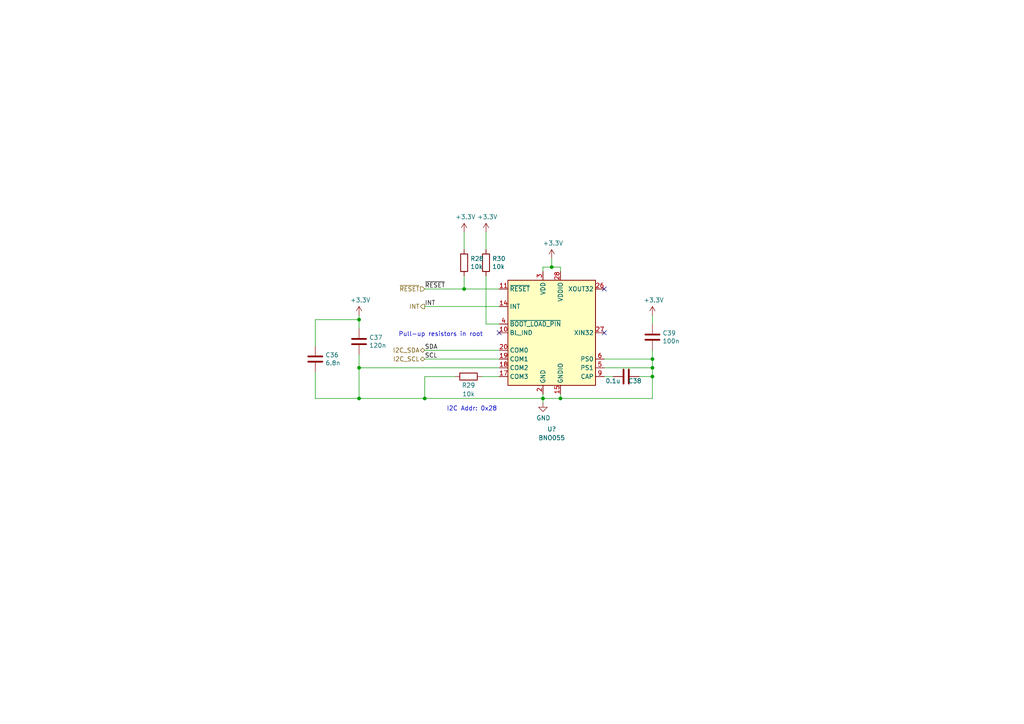
<source format=kicad_sch>
(kicad_sch (version 20230121) (generator eeschema)
  (paper "A4")
  (lib_symbols
    (symbol "Device:C" (pin_numbers hide) (pin_names (offset 0.254))
      (property "Reference" "C" (at 0.635 2.54 0))
      (property "Value" "C" (at 0.635 -2.54 0))
      (symbol "C_0_1"
        (polyline (pts (xy -2.032 -0.762) (xy 2.032 -0.762)) (stroke (width 0.508)))
        (polyline (pts (xy -2.032 0.762) (xy 2.032 0.762)) (stroke (width 0.508)))
      )
      (symbol "C_1_1"
        (pin passive line (at 0 3.81 270) (length 2.794) (name "~") (number "1"))
        (pin passive line (at 0 -3.81 90) (length 2.794) (name "~") (number "2"))
      )
    )
    (symbol "Device:R" (pin_numbers hide) (pin_names (offset 0))
      (property "Reference" "R" (at 2.032 0 90))
      (property "Value" "R" (at 0 0 90))
      (symbol "R_0_1"
        (rectangle (start -1.016 -2.54) (end 1.016 2.54) (stroke (width 0.254)))
      )
      (symbol "R_1_1"
        (pin passive line (at 0 3.81 270) (length 1.27) (name "~") (number "1"))
        (pin passive line (at 0 -3.81 90) (length 1.27) (name "~") (number "2"))
      )
    )
    (symbol "Sensor_Motion:BNO055"
      (property "Reference" "U" (at -11.43 16.51 0))
      (property "Value" "BNO055" (at 12.7 16.51 0))
      (symbol "BNO055_0_1"
        (rectangle (start -12.7 15.24) (end 12.7 -15.24) (stroke (width 0.254)) (fill (type background)))
      )
      (symbol "BNO055_1_1"
        (pin no_connect line (at -12.7 10.16 0) (length 2.54) hide (name "PIN1") (number "1"))
        (pin output line (at -15.24 0 0) (length 2.54) (name "BL_IND") (number "10"))
        (pin input line (at -15.24 12.7 0) (length 2.54) (name "~{RESET}") (number "11"))
        (pin no_connect line (at 12.7 10.16 180) (length 2.54) hide (name "PIN12") (number "12"))
        (pin no_connect line (at 12.7 7.62 180) (length 2.54) hide (name "PIN13") (number "13"))
        (pin output line (at -15.24 7.62 0) (length 2.54) (name "INT") (number "14"))
        (pin power_in line (at 2.54 -17.78 90) (length 2.54) (name "GNDIO") (number "15"))
        (pin passive line (at 2.54 -17.78 90) (length 2.54) hide (name "GNDIO") (number "16"))
        (pin input line (at -15.24 -12.7 0) (length 2.54) (name "COM3") (number "17"))
        (pin passive line (at -15.24 -10.16 0) (length 2.54) (name "COM2") (number "18"))
        (pin bidirectional line (at -15.24 -7.62 0) (length 2.54) (name "COM1") (number "19"))
        (pin power_in line (at -2.54 -17.78 90) (length 2.54) (name "GND") (number "2"))
        (pin bidirectional line (at -15.24 -5.08 0) (length 2.54) (name "COM0") (number "20"))
        (pin no_connect line (at 12.7 5.08 180) (length 2.54) hide (name "PIN21") (number "21"))
        (pin no_connect line (at 12.7 2.54 180) (length 2.54) hide (name "PIN22") (number "22"))
        (pin no_connect line (at 12.7 -2.54 180) (length 2.54) hide (name "PIN23") (number "23"))
        (pin no_connect line (at 12.7 -5.08 180) (length 2.54) hide (name "PIN24") (number "24"))
        (pin passive line (at 2.54 -17.78 90) (length 2.54) hide (name "GNDIO") (number "25"))
        (pin output line (at 15.24 12.7 180) (length 2.54) (name "XOUT32") (number "26"))
        (pin input line (at 15.24 0 180) (length 2.54) (name "XIN32") (number "27"))
        (pin power_in line (at 2.54 17.78 270) (length 2.54) (name "VDDIO") (number "28"))
        (pin power_in line (at -2.54 17.78 270) (length 2.54) (name "VDD") (number "3"))
        (pin input line (at -15.24 2.54 0) (length 2.54) (name "~{BOOT_LOAD_PIN}") (number "4"))
        (pin input line (at 15.24 -10.16 180) (length 2.54) (name "PS1") (number "5"))
        (pin input line (at 15.24 -7.62 180) (length 2.54) (name "PS0") (number "6"))
        (pin no_connect line (at -12.7 5.08 0) (length 2.54) hide (name "PIN7") (number "7"))
        (pin no_connect line (at -12.7 -2.54 0) (length 2.54) hide (name "PIN8") (number "8"))
        (pin passive line (at 15.24 -12.7 180) (length 2.54) (name "CAP") (number "9"))
      )
    )
    (symbol "power:+3.3V" (power) (pin_names (offset 0))
      (property "Value" "+3.3V" (at 0 3.556 0))
      (symbol "+3.3V_0_1"
        (polyline (pts (xy -0.762 1.27) (xy 0 2.54)))
        (polyline (pts (xy 0 0) (xy 0 2.54)))
        (polyline (pts (xy 0 2.54) (xy 0.762 1.27)))
      )
      (symbol "+3.3V_1_1"
        (pin power_in line (at 0 0 90) (length 0) hide (name "+3.3V") (number "1"))
      )
    )
    (symbol "power:GND" (power) (pin_names (offset 0))
      (property "Value" "GND" (at 0 -3.81 0))
      (symbol "GND_0_1"
        (polyline (pts (xy 0 0) (xy 0 -1.27) (xy 1.27 -1.27) (xy 0 -2.54) (xy -1.27 -1.27) (xy 0 -1.27)))
      )
      (symbol "GND_1_1"
        (pin power_in line (at 0 0 270) (length 0) hide (name "GND") (number "1"))
      )
    )
  )
  (junction (at 189.23 106.68))
  (junction (at 189.23 109.22))
  (junction (at 104.14 115.57))
  (junction (at 157.48 115.57))
  (junction (at 104.14 106.68))
  (junction (at 162.56 115.57))
  (junction (at 104.14 92.71))
  (junction (at 123.19 115.57))
  (junction (at 160.02 77.47))
  (junction (at 134.62 83.82))
  (junction (at 189.23 104.14))
  (no_connect (at 175.26 96.52))
  (no_connect (at 175.26 83.82))
  (no_connect (at 144.78 96.52))
  (wire (pts (xy 160.02 77.47) (xy 157.48 77.47)))
  (wire (pts (xy 104.14 92.71) (xy 104.14 95.25)))
  (wire (pts (xy 91.44 107.95) (xy 91.44 115.57)))
  (wire (pts (xy 189.23 106.68) (xy 189.23 109.22)))
  (wire (pts (xy 123.19 83.82) (xy 134.62 83.82)))
  (wire (pts (xy 144.78 109.22) (xy 139.7 109.22)))
  (wire (pts (xy 104.14 92.71) (xy 91.44 92.71)))
  (wire (pts (xy 160.02 74.93) (xy 160.02 77.47)))
  (wire (pts (xy 157.48 115.57) (xy 162.56 115.57)))
  (wire (pts (xy 104.14 91.44) (xy 104.14 92.71)))
  (wire (pts (xy 123.19 101.6) (xy 144.78 101.6)))
  (wire (pts (xy 104.14 106.68) (xy 144.78 106.68)))
  (wire (pts (xy 91.44 115.57) (xy 104.14 115.57)))
  (wire (pts (xy 132.08 109.22) (xy 123.19 109.22)))
  (wire (pts (xy 123.19 115.57) (xy 104.14 115.57)))
  (wire (pts (xy 189.23 109.22) (xy 189.23 115.57)))
  (wire (pts (xy 144.78 93.98) (xy 140.97 93.98)))
  (wire (pts (xy 189.23 109.22) (xy 185.42 109.22)))
  (wire (pts (xy 123.19 109.22) (xy 123.19 115.57)))
  (wire (pts (xy 157.48 114.3) (xy 157.48 115.57)))
  (wire (pts (xy 189.23 104.14) (xy 189.23 101.6)))
  (wire (pts (xy 140.97 67.31) (xy 140.97 72.39)))
  (wire (pts (xy 134.62 80.01) (xy 134.62 83.82)))
  (wire (pts (xy 175.26 109.22) (xy 177.8 109.22)))
  (wire (pts (xy 189.23 91.44) (xy 189.23 93.98)))
  (wire (pts (xy 123.19 104.14) (xy 144.78 104.14)))
  (wire (pts (xy 123.19 88.9) (xy 144.78 88.9)))
  (wire (pts (xy 160.02 77.47) (xy 162.56 77.47)))
  (wire (pts (xy 189.23 104.14) (xy 189.23 106.68)))
  (wire (pts (xy 175.26 104.14) (xy 189.23 104.14)))
  (wire (pts (xy 140.97 80.01) (xy 140.97 93.98)))
  (wire (pts (xy 134.62 67.31) (xy 134.62 72.39)))
  (wire (pts (xy 162.56 77.47) (xy 162.56 78.74)))
  (wire (pts (xy 91.44 92.71) (xy 91.44 100.33)))
  (wire (pts (xy 157.48 77.47) (xy 157.48 78.74)))
  (wire (pts (xy 157.48 115.57) (xy 157.48 116.84)))
  (wire (pts (xy 134.62 83.82) (xy 144.78 83.82)))
  (wire (pts (xy 162.56 115.57) (xy 162.56 114.3)))
  (wire (pts (xy 104.14 102.87) (xy 104.14 106.68)))
  (wire (pts (xy 157.48 115.57) (xy 123.19 115.57)))
  (wire (pts (xy 175.26 106.68) (xy 189.23 106.68)))
  (wire (pts (xy 162.56 115.57) (xy 189.23 115.57)))
  (wire (pts (xy 104.14 106.68) (xy 104.14 115.57)))
  (text "Pull-up resistors in root" (at 115.57 97.79 0) (effects (font (size 1.27 1.27)) (justify left bottom)))
  (text "I2C Addr: 0x28" (at 129.54 119.38 0) (effects (font (size 1.27 1.27)) (justify left bottom)))
  (label "~{RESET}" (at 123.19 83.82 0))
  (label "INT" (at 123.19 88.9 0))
  (label "SCL" (at 123.19 104.14 0))
  (label "SDA" (at 123.19 101.6 0))
  (hierarchical_label "~{RESET}" (shape input) (at 123.19 83.82 180))
  (hierarchical_label "I2C_SCL" (shape bidirectional) (at 123.19 104.14 180))
  (hierarchical_label "I2C_SDA" (shape bidirectional) (at 123.19 101.6 180))
  (hierarchical_label "INT" (shape output) (at 123.19 88.9 180))
  (symbol (lib_id "Sensor_Motion:BNO055") (at 160.02 96.52 0) (unit 1)
    (property "Reference" "U?" (at 160.02 124.46 0))
    (property "Value" "BNO055" (at 160.02 127 0))
    (property "Footprint" "Package_LGA:LGA-28_5.2x3.8mm_P0.5mm" (effects hide))
    (property "Datasheet" "https://ae-bst.resource.bosch.com/media/_tech/media/datasheets/BST_BNO055_DS000_14.pdf" (effects hide))
    (instances (project "Telemetry-Primary" (path "" (reference "U?") (unit 1)) (path "" (reference "U8") (unit 1))))
  )
  (symbol (lib_id "power:GND") (at 157.48 116.84 0) (unit 1)
    (property "Reference" "#PWR0160" (effects hide))
    (property "Value" "GND" (at 157.607 121.2342 0))
  )
  (symbol (lib_id "Device:C") (at 181.61 109.22 270) (unit 1)
    (property "Reference" "C38" (at 184.15 110.49 90))
    (property "Value" "0.1u" (at 177.8 110.49 90))
    (property "Footprint" "Capacitor_SMD:C_0805_2012Metric" (effects hide))
  )
  (symbol (lib_id "Device:R") (at 134.62 76.2 0) (unit 1)
    (property "Reference" "R28" (at 136.398 75.0316 0) (effects (justify left)))
    (property "Value" "10k" (at 136.398 77.343 0) (effects (justify left)))
    (property "Footprint" "Resistor_SMD:R_0805_2012Metric" (effects hide))
  )
  (symbol (lib_id "Device:C") (at 104.14 99.06 0) (unit 1)
    (property "Reference" "C37" (at 107.061 97.8916 0) (effects (justify left)))
    (property "Value" "120n" (at 107.061 100.203 0) (effects (justify left)))
    (property "Footprint" "Capacitor_SMD:C_0805_2012Metric" (effects hide))
  )
  (symbol (lib_id "Device:C") (at 189.23 97.79 0) (unit 1)
    (property "Reference" "C39" (at 192.151 96.6216 0) (effects (justify left)))
    (property "Value" "100n" (at 192.151 98.933 0) (effects (justify left)))
    (property "Footprint" "Capacitor_SMD:C_0805_2012Metric" (effects hide))
  )
  (symbol (lib_id "Device:R") (at 140.97 76.2 0) (unit 1)
    (property "Reference" "R30" (at 142.748 75.0316 0) (effects (justify left)))
    (property "Value" "10k" (at 142.748 77.343 0) (effects (justify left)))
    (property "Footprint" "Resistor_SMD:R_0805_2012Metric" (effects hide))
  )
  (symbol (lib_id "Device:R") (at 135.89 109.22 90) (unit 1)
    (property "Reference" "R29" (at 135.89 111.76 90))
    (property "Value" "10k" (at 135.89 114.3 90))
    (property "Footprint" "Resistor_SMD:R_0805_2012Metric" (effects hide))
  )
  (symbol (lib_id "Device:C") (at 91.44 104.14 0) (unit 1)
    (property "Reference" "C36" (at 94.361 102.9716 0) (effects (justify left)))
    (property "Value" "6.8n" (at 94.361 105.283 0) (effects (justify left)))
    (property "Footprint" "Capacitor_SMD:C_0805_2012Metric" (effects hide))
  )
  (symbol (lib_id "power:+3.3V") (at 189.23 91.44 0) (unit 1)
    (property "Reference" "#PWR0170" (effects hide))
    (property "Value" "+3.3V" (at 189.611 87.0458 0))
    (instances (project "Telemetry-Primary" (path "" (reference "#PWR0170") (unit 1)) (path "" (reference "#PWR014") (unit 1))))
  )
  (symbol (lib_id "power:+3.3V") (at 134.62 67.31 0) (unit 1)
    (property "Reference" "#PWR0170" (effects hide))
    (property "Value" "+3.3V" (at 135.001 62.9158 0))
    (instances (project "Telemetry-Primary" (path "" (reference "#PWR0170") (unit 1)) (path "" (reference "#PWR011") (unit 1))))
  )
  (symbol (lib_id "power:+3.3V") (at 160.02 74.93 0) (unit 1)
    (property "Reference" "#PWR0170" (effects hide))
    (property "Value" "+3.3V" (at 160.401 70.5358 0))
    (instances (project "Telemetry-Primary" (path "" (reference "#PWR0170") (unit 1)) (path "" (reference "#PWR013") (unit 1))))
  )
  (symbol (lib_id "power:+3.3V") (at 140.97 67.31 0) (unit 1)
    (property "Reference" "#PWR0170" (effects hide))
    (property "Value" "+3.3V" (at 141.351 62.9158 0))
    (instances (project "Telemetry-Primary" (path "" (reference "#PWR0170") (unit 1)) (path "" (reference "#PWR012") (unit 1))))
  )
  (symbol (lib_id "power:+3.3V") (at 104.14 91.44 0) (unit 1)
    (property "Reference" "#PWR0170" (effects hide))
    (property "Value" "+3.3V" (at 104.521 87.0458 0))
    (instances (project "Telemetry-Primary" (path "" (reference "#PWR0170") (unit 1)) (path "" (reference "#PWR06") (unit 1))))
  )
)
</source>
